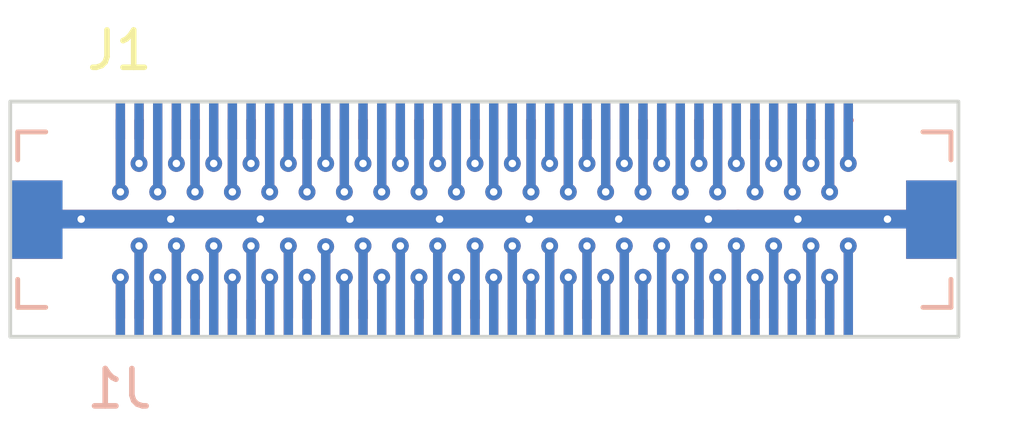
<source format=kicad_pcb>
(kicad_pcb (version 20211014) (generator pcbnew)
  (layers (0 "F.Cu" signal) (31 "B.Cu" signal) (34 "B.Paste" user) (35 "F.Paste" user) (36 "B.SilkS" user "B.Silkscreen") (37 "F.SilkS" user "F.Silkscreen") (38 "B.Mask" user) (39 "F.Mask" user) (44 "Edge.Cuts" user))
  (net 0 "")
  (net 1 "unconnected-(J1-Pad1)")
  (net 2 "unconnected-(J1-Pad2)")
  (net 3 "unconnected-(J1-Pad3)")
  (net 4 "unconnected-(J1-Pad4)")
  (net 5 "unconnected-(J1-Pad5)")
  (net 6 "unconnected-(J1-Pad6)")
  (net 7 "unconnected-(J1-Pad7)")
  (net 8 "unconnected-(J1-Pad8)")
  (net 9 "unconnected-(J1-Pad9)")
  (net 10 "unconnected-(J1-Pad10)")
  (net 11 "unconnected-(J1-Pad11)")
  (net 12 "unconnected-(J1-Pad12)")
  (net 13 "unconnected-(J1-Pad13)")
  (net 14 "unconnected-(J1-Pad14)")
  (net 15 "unconnected-(J1-Pad15)")
  (net 16 "unconnected-(J1-Pad16)")
  (net 17 "unconnected-(J1-Pad17)")
  (net 18 "unconnected-(J1-Pad18)")
  (net 19 "unconnected-(J1-Pad19)")
  (net 20 "unconnected-(J1-Pad20)")
  (net 21 "unconnected-(J1-Pad21)")
  (net 22 "unconnected-(J1-Pad22)")
  (net 23 "unconnected-(J1-Pad23)")
  (net 24 "unconnected-(J1-Pad24)")
  (net 25 "unconnected-(J1-Pad25)")
  (net 26 "unconnected-(J1-Pad26)")
  (net 27 "unconnected-(J1-Pad27)")
  (net 28 "unconnected-(J1-Pad28)")
  (net 29 "unconnected-(J1-Pad29)")
  (net 30 "unconnected-(J1-Pad30)")
  (net 31 "unconnected-(J1-Pad31)")
  (net 32 "unconnected-(J1-Pad32)")
  (net 33 "unconnected-(J1-Pad33)")
  (net 34 "unconnected-(J1-Pad34)")
  (net 35 "unconnected-(J1-Pad35)")
  (net 36 "unconnected-(J1-Pad36)")
  (net 37 "unconnected-(J1-Pad37)")
  (net 38 "unconnected-(J1-Pad38)")
  (net 39 "unconnected-(J1-Pad39)")
  (net 40 "unconnected-(J1-Pad40)")
  (net 41 "unconnected-(J1-Pad41)")
  (net 42 "unconnected-(J1-Pad42)")
  (net 43 "unconnected-(J1-Pad43)")
  (net 44 "unconnected-(J1-Pad44)")
  (net 45 "unconnected-(J1-Pad45)")
  (net 46 "unconnected-(J1-Pad46)")
  (net 47 "unconnected-(J1-Pad47)")
  (net 48 "unconnected-(J1-Pad48)")
  (net 49 "unconnected-(J1-Pad49)")
  (net 50 "unconnected-(J1-Pad50)")
  (net 51 "unconnected-(J1-Pad51)")
  (net 52 "unconnected-(J1-Pad52)")
  (net 53 "unconnected-(J1-Pad53)")
  (net 54 "unconnected-(J1-Pad54)")
  (net 55 "unconnected-(J1-Pad55)")
  (net 56 "unconnected-(J1-Pad56)")
  (net 57 "unconnected-(J1-Pad57)")
  (net 58 "unconnected-(J1-Pad58)")
  (net 59 "unconnected-(J1-Pad59)")
  (net 60 "unconnected-(J1-Pad60)")
  (net 61 "unconnected-(J1-Pad61)")
  (net 62 "unconnected-(J1-Pad62)")
  (net 63 "unconnected-(J1-Pad63)")
  (net 64 "unconnected-(J1-Pad64)")
  (net 65 "unconnected-(J1-Pad65)")
  (net 66 "unconnected-(J1-Pad66)")
  (net 67 "unconnected-(J1-Pad67)")
  (net 68 "unconnected-(J1-Pad68)")
  (net 69 "unconnected-(J1-Pad69)")
  (net 70 "unconnected-(J1-Pad70)")
  (net 71 "unconnected-(J1-Pad71)")
  (net 72 "unconnected-(J1-Pad72)")
  (net 73 "unconnected-(J1-Pad73)")
  (net 74 "unconnected-(J1-Pad74)")
  (net 75 "unconnected-(J1-Pad75)")
  (net 76 "unconnected-(J1-Pad76)")
  (net 77 "unconnected-(J1-Pad77)")
  (net 78 "unconnected-(J1-Pad78)")
  (net 79 "unconnected-(J1-Pad79)")
  (net 80 "unconnected-(J1-Pad80)")
  (footprint "libraries:HRS_DF17(3.0)-80DS-0.5V(57)" (layer "F.Cu") (at 122.3 108.3625)
    (fp_text reference "J1" (at -9.775 -4.535) (layer "F.SilkS"))
    (fp_text value "DF17(3.0)-80DS-0.5V(57)")
    (fp_line (start 12.5 -2.35) (end 11.75 -2.35) (layer "F.SilkS") (width 0.127))
    (fp_line (start 12.5 2.35) (end 11.75 2.35) (layer "F.SilkS") (width 0.127))
    (fp_line (start 12.5 2.35) (end 12.5 1.6) (layer "F.SilkS") (width 0.127))
    (fp_line (start -12.5 2.35) (end -12.5 1.6) (layer "F.SilkS") (width 0.127))
    (fp_line (start 12.5 -2.35) (end 12.5 -1.6) (layer "F.SilkS") (width 0.127))
    (fp_line (start -12.5 -2.35) (end -12.5 -1.6) (layer "F.SilkS") (width 0.127))
    (fp_line (start -12.5 2.35) (end -11.75 2.35) (layer "F.SilkS") (width 0.127))
    (fp_line (start -12.5 -2.35) (end -11.75 -2.35) (layer "F.SilkS") (width 0.127))
    (pad "" np_thru_hole circle (at -11 1.9) (size 0.65 0.65) (drill 0.65) (layers *.Cu *.Mask))
    (pad "" np_thru_hole circle (at 11 1.9) (size 0.65 0.65) (drill 0.65) (layers *.Cu *.Mask))
    (pad "1" smd rect (at 9.75 2.65) (size 0.25 1) (layers "F.Cu" "F.Paste" "F.Mask") (net 1 "unconnected-(J1-Pad1)"))
    (pad "2" smd rect (at 9.75 -2.65) (size 0.25 1) (layers "F.Cu" "F.Paste" "F.Mask") (net 2 "unconnected-(J1-Pad2)"))
    (pad "3" smd rect (at 9.25 2.65) (size 0.25 1) (layers "F.Cu" "F.Paste" "F.Mask") (net 3 "unconnected-(J1-Pad3)"))
    (pad "4" smd rect (at 9.25 -2.65) (size 0.25 1) (layers "F.Cu" "F.Paste" "F.Mask") (net 4 "unconnected-(J1-Pad4)"))
    (pad "5" smd rect (at 8.75 2.65) (size 0.25 1) (layers "F.Cu" "F.Paste" "F.Mask") (net 5 "unconnected-(J1-Pad5)"))
    (pad "6" smd rect (at 8.75 -2.65) (size 0.25 1) (layers "F.Cu" "F.Paste" "F.Mask") (net 6 "unconnected-(J1-Pad6)"))
    (pad "7" smd rect (at 8.25 2.65) (size 0.25 1) (layers "F.Cu" "F.Paste" "F.Mask") (net 7 "unconnected-(J1-Pad7)"))
    (pad "8" smd rect (at 8.25 -2.65) (size 0.25 1) (layers "F.Cu" "F.Paste" "F.Mask") (net 8 "unconnected-(J1-Pad8)"))
    (pad "9" smd rect (at 7.75 2.65) (size 0.25 1) (layers "F.Cu" "F.Paste" "F.Mask") (net 9 "unconnected-(J1-Pad9)"))
    (pad "10" smd rect (at 7.75 -2.65) (size 0.25 1) (layers "F.Cu" "F.Paste" "F.Mask") (net 10 "unconnected-(J1-Pad10)"))
    (pad "11" smd rect (at 7.25 2.65) (size 0.25 1) (layers "F.Cu" "F.Paste" "F.Mask") (net 11 "unconnected-(J1-Pad11)"))
    (pad "12" smd rect (at 7.25 -2.65) (size 0.25 1) (layers "F.Cu" "F.Paste" "F.Mask") (net 12 "unconnected-(J1-Pad12)"))
    (pad "13" smd rect (at 6.75 2.65) (size 0.25 1) (layers "F.Cu" "F.Paste" "F.Mask") (net 13 "unconnected-(J1-Pad13)"))
    (pad "14" smd rect (at 6.75 -2.65) (size 0.25 1) (layers "F.Cu" "F.Paste" "F.Mask") (net 14 "unconnected-(J1-Pad14)"))
    (pad "15" smd rect (at 6.25 2.65) (size 0.25 1) (layers "F.Cu" "F.Paste" "F.Mask") (net 15 "unconnected-(J1-Pad15)"))
    (pad "16" smd rect (at 6.25 -2.65) (size 0.25 1) (layers "F.Cu" "F.Paste" "F.Mask") (net 16 "unconnected-(J1-Pad16)"))
    (pad "17" smd rect (at 5.75 2.65) (size 0.25 1) (layers "F.Cu" "F.Paste" "F.Mask") (net 17 "unconnected-(J1-Pad17)"))
    (pad "18" smd rect (at 5.75 -2.65) (size 0.25 1) (layers "F.Cu" "F.Paste" "F.Mask") (net 18 "unconnected-(J1-Pad18)"))
    (pad "19" smd rect (at 5.25 2.65) (size 0.25 1) (layers "F.Cu" "F.Paste" "F.Mask") (net 19 "unconnected-(J1-Pad19)"))
    (pad "20" smd rect (at 5.25 -2.65) (size 0.25 1) (layers "F.Cu" "F.Paste" "F.Mask") (net 20 "unconnected-(J1-Pad20)"))
    (pad "21" smd rect (at 4.75 2.65) (size 0.25 1) (layers "F.Cu" "F.Paste" "F.Mask") (net 21 "unconnected-(J1-Pad21)"))
    (pad "22" smd rect (at 4.75 -2.65) (size 0.25 1) (layers "F.Cu" "F.Paste" "F.Mask") (net 22 "unconnected-(J1-Pad22)"))
    (pad "23" smd rect (at 4.25 2.65) (size 0.25 1) (layers "F.Cu" "F.Paste" "F.Mask") (net 23 "unconnected-(J1-Pad23)"))
    (pad "24" smd rect (at 4.25 -2.65) (size 0.25 1) (layers "F.Cu" "F.Paste" "F.Mask") (net 24 "unconnected-(J1-Pad24)"))
    (pad "25" smd rect (at 3.75 2.65) (size 0.25 1) (layers "F.Cu" "F.Paste" "F.Mask") (net 25 "unconnected-(J1-Pad25)"))
    (pad "26" smd rect (at 3.75 -2.65) (size 0.25 1) (layers "F.Cu" "F.Paste" "F.Mask") (net 26 "unconnected-(J1-Pad26)"))
    (pad "27" smd rect (at 3.25 2.65) (size 0.25 1) (layers "F.Cu" "F.Paste" "F.Mask") (net 27 "unconnected-(J1-Pad27)"))
    (pad "28" smd rect (at 3.25 -2.65) (size 0.25 1) (layers "F.Cu" "F.Paste" "F.Mask") (net 28 "unconnected-(J1-Pad28)"))
    (pad "29" smd rect (at 2.75 2.65) (size 0.25 1) (layers "F.Cu" "F.Paste" "F.Mask") (net 29 "unconnected-(J1-Pad29)"))
    (pad "30" smd rect (at 2.75 -2.65) (size 0.25 1) (layers "F.Cu" "F.Paste" "F.Mask") (net 30 "unconnected-(J1-Pad30)"))
    (pad "31" smd rect (at 2.25 2.65) (size 0.25 1) (layers "F.Cu" "F.Paste" "F.Mask") (net 31 "unconnected-(J1-Pad31)"))
    (pad "32" smd rect (at 2.25 -2.65) (size 0.25 1) (layers "F.Cu" "F.Paste" "F.Mask") (net 32 "unconnected-(J1-Pad32)"))
    (pad "33" smd rect (at 1.75 2.65) (size 0.25 1) (layers "F.Cu" "F.Paste" "F.Mask") (net 33 "unconnected-(J1-Pad33)"))
    (pad "34" smd rect (at 1.75 -2.65) (size 0.25 1) (layers "F.Cu" "F.Paste" "F.Mask") (net 34 "unconnected-(J1-Pad34)"))
    (pad "35" smd rect (at 1.25 2.65) (size 0.25 1) (layers "F.Cu" "F.Paste" "F.Mask") (net 35 "unconnected-(J1-Pad35)"))
    (pad "36" smd rect (at 1.25 -2.65) (size 0.25 1) (layers "F.Cu" "F.Paste" "F.Mask") (net 36 "unconnected-(J1-Pad36)"))
    (pad "37" smd rect (at 0.75 2.65) (size 0.25 1) (layers "F.Cu" "F.Paste" "F.Mask") (net 37 "unconnected-(J1-Pad37)"))
    (pad "38" smd rect (at 0.75 -2.65) (size 0.25 1) (layers "F.Cu" "F.Paste" "F.Mask") (net 38 "unconnected-(J1-Pad38)"))
    (pad "39" smd rect (at 0.25 2.65) (size 0.25 1) (layers "F.Cu" "F.Paste" "F.Mask") (net 39 "unconnected-(J1-Pad39)"))
    (pad "40" smd rect (at 0.25 -2.65) (size 0.25 1) (layers "F.Cu" "F.Paste" "F.Mask") (net 40 "unconnected-(J1-Pad40)"))
    (pad "41" smd rect (at -0.25 2.65) (size 0.25 1) (layers "F.Cu" "F.Paste" "F.Mask") (net 41 "unconnected-(J1-Pad41)"))
    (pad "42" smd rect (at -0.25 -2.65) (size 0.25 1) (layers "F.Cu" "F.Paste" "F.Mask") (net 42 "unconnected-(J1-Pad42)"))
    (pad "43" smd rect (at -0.75 2.65) (size 0.25 1) (layers "F.Cu" "F.Paste" "F.Mask") (net 43 "unconnected-(J1-Pad43)"))
    (pad "44" smd rect (at -0.75 -2.65) (size 0.25 1) (layers "F.Cu" "F.Paste" "F.Mask") (net 44 "unconnected-(J1-Pad44)"))
    (pad "45" smd rect (at -1.25 2.65) (size 0.25 1) (layers "F.Cu" "F.Paste" "F.Mask") (net 45 "unconnected-(J1-Pad45)"))
    (pad "46" smd rect (at -1.25 -2.65) (size 0.25 1) (layers "F.Cu" "F.Paste" "F.Mask") (net 46 "unconnected-(J1-Pad46)"))
    (pad "47" smd rect (at -1.75 2.65) (size 0.25 1) (layers "F.Cu" "F.Paste" "F.Mask") (net 47 "unconnected-(J1-Pad47)"))
    (pad "48" smd rect (at -1.75 -2.65) (size 0.25 1) (layers "F.Cu" "F.Paste" "F.Mask") (net 48 "unconnected-(J1-Pad48)"))
    (pad "49" smd rect (at -2.25 2.65) (size 0.25 1) (layers "F.Cu" "F.Paste" "F.Mask") (net 49 "unconnected-(J1-Pad49)"))
    (pad "50" smd rect (at -2.25 -2.65) (size 0.25 1) (layers "F.Cu" "F.Paste" "F.Mask") (net 50 "unconnected-(J1-Pad50)"))
    (pad "51" smd rect (at -2.75 2.65) (size 0.25 1) (layers "F.Cu" "F.Paste" "F.Mask") (net 51 "unconnected-(J1-Pad51)"))
    (pad "52" smd rect (at -2.75 -2.65) (size 0.25 1) (layers "F.Cu" "F.Paste" "F.Mask") (net 52 "unconnected-(J1-Pad52)"))
    (pad "53" smd rect (at -3.25 2.65) (size 0.25 1) (layers "F.Cu" "F.Paste" "F.Mask") (net 53 "unconnected-(J1-Pad53)"))
    (pad "54" smd rect (at -3.25 -2.65) (size 0.25 1) (layers "F.Cu" "F.Paste" "F.Mask") (net 54 "unconnected-(J1-Pad54)"))
    (pad "55" smd rect (at -3.75 2.65) (size 0.25 1) (layers "F.Cu" "F.Paste" "F.Mask") (net 55 "unconnected-(J1-Pad55)"))
    (pad "56" smd rect (at -3.75 -2.65) (size 0.25 1) (layers "F.Cu" "F.Paste" "F.Mask") (net 56 "unconnected-(J1-Pad56)"))
    (pad "57" smd rect (at -4.25 2.65) (size 0.25 1) (layers "F.Cu" "F.Paste" "F.Mask") (net 57 "unconnected-(J1-Pad57)"))
    (pad "58" smd rect (at -4.25 -2.65) (size 0.25 1) (layers "F.Cu" "F.Paste" "F.Mask") (net 58 "unconnected-(J1-Pad58)"))
    (pad "59" smd rect (at -4.75 2.65) (size 0.25 1) (layers "F.Cu" "F.Paste" "F.Mask") (net 59 "unconnected-(J1-Pad59)"))
    (pad "60" smd rect (at -4.75 -2.65) (size 0.25 1) (layers "F.Cu" "F.Paste" "F.Mask") (net 60 "unconnected-(J1-Pad60)"))
    (pad "61" smd rect (at -5.25 2.65) (size 0.25 1) (layers "F.Cu" "F.Paste" "F.Mask") (net 61 "unconnected-(J1-Pad61)"))
    (pad "62" smd rect (at -5.25 -2.65) (size 0.25 1) (layers "F.Cu" "F.Paste" "F.Mask") (net 62 "unconnected-(J1-Pad62)"))
    (pad "63" smd rect (at -5.75 2.65) (size 0.25 1) (layers "F.Cu" "F.Paste" "F.Mask") (net 63 "unconnected-(J1-Pad63)"))
    (pad "64" smd rect (at -5.75 -2.65) (size 0.25 1) (layers "F.Cu" "F.Paste" "F.Mask") (net 64 "unconnected-(J1-Pad64)"))
    (pad "65" smd rect (at -6.25 2.65) (size 0.25 1) (layers "F.Cu" "F.Paste" "F.Mask") (net 65 "unconnected-(J1-Pad65)"))
    (pad "66" smd rect (at -6.25 -2.65) (size 0.25 1) (layers "F.Cu" "F.Paste" "F.Mask") (net 66 "unconnected-(J1-Pad66)"))
    (pad "67" smd rect (at -6.75 2.65) (size 0.25 1) (layers "F.Cu" "F.Paste" "F.Mask") (net 67 "unconnected-(J1-Pad67)"))
    (pad "68" smd rect (at -6.75 -2.65) (size 0.25 1) (layers "F.Cu" "F.Paste" "F.Mask") (net 68 "unconnected-(J1-Pad68)"))
    (pad "69" smd rect (at -7.25 2.65) (size 0.25 1) (layers "F.Cu" "F.Paste" "F.Mask") (net 69 "unconnected-(J1-Pad69)"))
    (pad "70" smd rect (at -7.25 -2.65) (size 0.25 1) (layers "F.Cu" "F.Paste" "F.Mask") (net 70 "unconnected-(J1-Pad70)"))
    (pad "71" smd rect (at -7.75 2.65) (size 0.25 1) (layers "F.Cu" "F.Paste" "F.Mask") (net 71 "unconnected-(J1-Pad71)"))
    (pad "72" smd rect (at -7.75 -2.65) (size 0.25 1) (layers "F.Cu" "F.Paste" "F.Mask") (net 72 "unconnected-(J1-Pad72)"))
    (pad "73" smd rect (at -8.25 2.65) (size 0.25 1) (layers "F.Cu" "F.Paste" "F.Mask") (net 73 "unconnected-(J1-Pad73)"))
    (pad "74" smd rect (at -8.25 -2.65) (size 0.25 1) (layers "F.Cu" "F.Paste" "F.Mask") (net 74 "unconnected-(J1-Pad74)"))
    (pad "75" smd rect (at -8.75 2.65) (size 0.25 1) (layers "F.Cu" "F.Paste" "F.Mask") (net 75 "unconnected-(J1-Pad75)"))
    (pad "76" smd rect (at -8.75 -2.65) (size 0.25 1) (layers "F.Cu" "F.Paste" "F.Mask") (net 76 "unconnected-(J1-Pad76)"))
    (pad "77" smd rect (at -9.25 2.65) (size 0.25 1) (layers "F.Cu" "F.Paste" "F.Mask") (net 77 "unconnected-(J1-Pad77)"))
    (pad "78" smd rect (at -9.25 -2.65) (size 0.25 1) (layers "F.Cu" "F.Paste" "F.Mask") (net 78 "unconnected-(J1-Pad78)"))
    (pad "79" smd rect (at -9.75 2.65) (size 0.25 1) (layers "F.Cu" "F.Paste" "F.Mask") (net 79 "unconnected-(J1-Pad79)"))
    (pad "80" smd rect (at -9.75 -2.65) (size 0.25 1) (layers "F.Cu" "F.Paste" "F.Mask") (net 80 "unconnected-(J1-Pad80)"))
    (pad "S1" smd rect (at 12 0) (size 1.4 2.1) (layers "F.Cu" "F.Paste" "F.Mask"))
    (pad "S2" smd rect (at -12 0) (size 1.4 2.1) (layers "F.Cu" "F.Paste" "F.Mask"))
  )
  (footprint "libraries:HRS_DF17(3.0)-80DS-0.5V(57)" (layer "B.Cu") (at 122.3 108.3625)
    (fp_text reference "J1" (at -9.775 4.535 180) (layer "B.SilkS") (effects (justify mirror)))
    (fp_text value "DF17(3.0)-80DS-0.5V(57)")
    (fp_line (start -12.5 2.35) (end -11.75 2.35) (layer "B.SilkS") (width 0.127))
    (fp_line (start 12.5 2.35) (end 12.5 1.6) (layer "B.SilkS") (width 0.127))
    (fp_line (start 12.5 2.35) (end 11.75 2.35) (layer "B.SilkS") (width 0.127))
    (fp_line (start -12.5 -2.35) (end -11.75 -2.35) (layer "B.SilkS") (width 0.127))
    (fp_line (start 12.5 -2.35) (end 12.5 -1.6) (layer "B.SilkS") (width 0.127))
    (fp_line (start -12.5 2.35) (end -12.5 1.6) (layer "B.SilkS") (width 0.127))
    (fp_line (start 12.5 -2.35) (end 11.75 -2.35) (layer "B.SilkS") (width 0.127))
    (fp_line (start -12.5 -2.35) (end -12.5 -1.6) (layer "B.SilkS") (width 0.127))
    (pad "" np_thru_hole circle (at -11 -1.9) (size 0.65 0.65) (drill 0.65) (layers *.Cu *.Mask))
    (pad "" np_thru_hole circle (at 11 -1.9) (size 0.65 0.65) (drill 0.65) (layers *.Cu *.Mask))
    (pad "1" smd rect (at 9.75 -2.65) (size 0.25 1) (layers "B.Cu" "B.Paste" "B.Mask"))
    (pad "2" smd rect (at 9.75 2.65) (size 0.25 1) (layers "B.Cu" "B.Paste" "B.Mask"))
    (pad "3" smd rect (at 9.25 -2.65) (size 0.25 1) (layers "B.Cu" "B.Paste" "B.Mask"))
    (pad "4" smd rect (at 9.25 2.65) (size 0.25 1) (layers "B.Cu" "B.Paste" "B.Mask"))
    (pad "5" smd rect (at 8.75 -2.65) (size 0.25 1) (layers "B.Cu" "B.Paste" "B.Mask"))
    (pad "6" smd rect (at 8.75 2.65) (size 0.25 1) (layers "B.Cu" "B.Paste" "B.Mask"))
    (pad "7" smd rect (at 8.25 -2.65) (size 0.25 1) (layers "B.Cu" "B.Paste" "B.Mask"))
    (pad "8" smd rect (at 8.25 2.65) (size 0.25 1) (layers "B.Cu" "B.Paste" "B.Mask"))
    (pad "9" smd rect (at 7.75 -2.65) (size 0.25 1) (layers "B.Cu" "B.Paste" "B.Mask"))
    (pad "10" smd rect (at 7.75 2.65) (size 0.25 1) (layers "B.Cu" "B.Paste" "B.Mask"))
    (pad "11" smd rect (at 7.25 -2.65) (size 0.25 1) (layers "B.Cu" "B.Paste" "B.Mask"))
    (pad "12" smd rect (at 7.25 2.65) (size 0.25 1) (layers "B.Cu" "B.Paste" "B.Mask"))
    (pad "13" smd rect (at 6.75 -2.65) (size 0.25 1) (layers "B.Cu" "B.Paste" "B.Mask"))
    (pad "14" smd rect (at 6.75 2.65) (size 0.25 1) (layers "B.Cu" "B.Paste" "B.Mask"))
    (pad "15" smd rect (at 6.25 -2.65) (size 0.25 1) (layers "B.Cu" "B.Paste" "B.Mask"))
    (pad "16" smd rect (at 6.25 2.65) (size 0.25 1) (layers "B.Cu" "B.Paste" "B.Mask"))
    (pad "17" smd rect (at 5.75 -2.65) (size 0.25 1) (layers "B.Cu" "B.Paste" "B.Mask"))
    (pad "18" smd rect (at 5.75 2.65) (size 0.25 1) (layers "B.Cu" "B.Paste" "B.Mask"))
    (pad "19" smd rect (at 5.25 -2.65) (size 0.25 1) (layers "B.Cu" "B.Paste" "B.Mask"))
    (pad "20" smd rect (at 5.25 2.65) (size 0.25 1) (layers "B.Cu" "B.Paste" "B.Mask"))
    (pad "21" smd rect (at 4.75 -2.65) (size 0.25 1) (layers "B.Cu" "B.Paste" "B.Mask"))
    (pad "22" smd rect (at 4.75 2.65) (size 0.25 1) (layers "B.Cu" "B.Paste" "B.Mask"))
    (pad "23" smd rect (at 4.25 -2.65) (size 0.25 1) (layers "B.Cu" "B.Paste" "B.Mask"))
    (pad "24" smd rect (at 4.25 2.65) (size 0.25 1) (layers "B.Cu" "B.Paste" "B.Mask"))
    (pad "25" smd rect (at 3.75 -2.65) (size 0.25 1) (layers "B.Cu" "B.Paste" "B.Mask"))
    (pad "26" smd rect (at 3.75 2.65) (size 0.25 1) (layers "B.Cu" "B.Paste" "B.Mask"))
    (pad "27" smd rect (at 3.25 -2.65) (size 0.25 1) (layers "B.Cu" "B.Paste" "B.Mask"))
    (pad "28" smd rect (at 3.25 2.65) (size 0.25 1) (layers "B.Cu" "B.Paste" "B.Mask"))
    (pad "29" smd rect (at 2.75 -2.65) (size 0.25 1) (layers "B.Cu" "B.Paste" "B.Mask"))
    (pad "30" smd rect (at 2.75 2.65) (size 0.25 1) (layers "B.Cu" "B.Paste" "B.Mask"))
    (pad "31" smd rect (at 2.25 -2.65) (size 0.25 1) (layers "B.Cu" "B.Paste" "B.Mask"))
    (pad "32" smd rect (at 2.25 2.65) (size 0.25 1) (layers "B.Cu" "B.Paste" "B.Mask"))
    (pad "33" smd rect (at 1.75 -2.65) (size 0.25 1) (layers "B.Cu" "B.Paste" "B.Mask"))
    (pad "34" smd rect (at 1.75 2.65) (size 0.25 1) (layers "B.Cu" "B.Paste" "B.Mask"))
    (pad "35" smd rect (at 1.25 -2.65) (size 0.25 1) (layers "B.Cu" "B.Paste" "B.Mask"))
    (pad "36" smd rect (at 1.25 2.65) (size 0.25 1) (layers "B.Cu" "B.Paste" "B.Mask"))
    (pad "37" smd rect (at 0.75 -2.65) (size 0.25 1) (layers "B.Cu" "B.Paste" "B.Mask"))
    (pad "38" smd rect (at 0.75 2.65) (size 0.25 1) (layers "B.Cu" "B.Paste" "B.Mask"))
    (pad "39" smd rect (at 0.25 -2.65) (size 0.25 1) (layers "B.Cu" "B.Paste" "B.Mask"))
    (pad "40" smd rect (at 0.25 2.65) (size 0.25 1) (layers "B.Cu" "B.Paste" "B.Mask"))
    (pad "41" smd rect (at -0.25 -2.65) (size 0.25 1) (layers "B.Cu" "B.Paste" "B.Mask"))
    (pad "42" smd rect (at -0.25 2.65) (size 0.25 1) (layers "B.Cu" "B.Paste" "B.Mask"))
    (pad "43" smd rect (at -0.75 -2.65) (size 0.25 1) (layers "B.Cu" "B.Paste" "B.Mask"))
    (pad "44" smd rect (at -0.75 2.65) (size 0.25 1) (layers "B.Cu" "B.Paste" "B.Mask"))
    (pad "45" smd rect (at -1.25 -2.65) (size 0.25 1) (layers "B.Cu" "B.Paste" "B.Mask"))
    (pad "46" smd rect (at -1.25 2.65) (size 0.25 1) (layers "B.Cu" "B.Paste" "B.Mask"))
    (pad "47" smd rect (at -1.75 -2.65) (size 0.25 1) (layers "B.Cu" "B.Paste" "B.Mask"))
    (pad "48" smd rect (at -1.75 2.65) (size 0.25 1) (layers "B.Cu" "B.Paste" "B.Mask"))
    (pad "49" smd rect (at -2.25 -2.65) (size 0.25 1) (layers "B.Cu" "B.Paste" "B.Mask"))
    (pad "50" smd rect (at -2.25 2.65) (size 0.25 1) (layers "B.Cu" "B.Paste" "B.Mask"))
    (pad "51" smd rect (at -2.75 -2.65) (size 0.25 1) (layers "B.Cu" "B.Paste" "B.Mask"))
    (pad "52" smd rect (at -2.75 2.65) (size 0.25 1) (layers "B.Cu" "B.Paste" "B.Mask"))
    (pad "53" smd rect (at -3.25 -2.65) (size 0.25 1) (layers "B.Cu" "B.Paste" "B.Mask"))
    (pad "54" smd rect (at -3.25 2.65) (size 0.25 1) (layers "B.Cu" "B.Paste" "B.Mask"))
    (pad "55" smd rect (at -3.75 -2.65) (size 0.25 1) (layers "B.Cu" "B.Paste" "B.Mask"))
    (pad "56" smd rect (at -3.75 2.65) (size 0.25 1) (layers "B.Cu" "B.Paste" "B.Mask"))
    (pad "57" smd rect (at -4.25 -2.65) (size 0.25 1) (layers "B.Cu" "B.Paste" "B.Mask"))
    (pad "58" smd rect (at -4.25 2.65) (size 0.25 1) (layers "B.Cu" "B.Paste" "B.Mask"))
    (pad "59" smd rect (at -4.75 -2.65) (size 0.25 1) (layers "B.Cu" "B.Paste" "B.Mask"))
    (pad "60" smd rect (at -4.75 2.65) (size 0.25 1) (layers "B.Cu" "B.Paste" "B.Mask"))
    (pad "61" smd rect (at -5.25 -2.65) (size 0.25 1) (layers "B.Cu" "B.Paste" "B.Mask"))
    (pad "62" smd rect (at -5.25 2.65) (size 0.25 1) (layers "B.Cu" "B.Paste" "B.Mask"))
    (pad "63" smd rect (at -5.75 -2.65) (size 0.25 1) (layers "B.Cu" "B.Paste" "B.Mask"))
    (pad "64" smd rect (at -5.75 2.65) (size 0.25 1) (layers "B.Cu" "B.Paste" "B.Mask"))
    (pad "65" smd rect (at -6.25 -2.65) (size 0.25 1) (layers "B.Cu" "B.Paste" "B.Mask"))
    (pad "66" smd rect (at -6.25 2.65) (size 0.25 1) (layers "B.Cu" "B.Paste" "B.Mask"))
    (pad "67" smd rect (at -6.75 -2.65) (size 0.25 1) (layers "B.Cu" "B.Paste" "B.Mask"))
    (pad "68" smd rect (at -6.75 2.65) (size 0.25 1) (layers "B.Cu" "B.Paste" "B.Mask"))
    (pad "69" smd rect (at -7.25 -2.65) (size 0.25 1) (layers "B.Cu" "B.Paste" "B.Mask"))
    (pad "70" smd rect (at -7.25 2.65) (size 0.25 1) (layers "B.Cu" "B.Paste" "B.Mask"))
    (pad "71" smd rect (at -7.75 -2.65) (size 0.25 1) (layers "B.Cu" "B.Paste" "B.Mask"))
    (pad "72" smd rect (at -7.75 2.65) (size 0.25 1) (layers "B.Cu" "B.Paste" "B.Mask"))
    (pad "73" smd rect (at -8.25 -2.65) (size 0.25 1) (layers "B.Cu" "B.Paste" "B.Mask"))
    (pad "74" smd rect (at -8.25 2.65) (size 0.25 1) (layers "B.Cu" "B.Paste" "B.Mask"))
    (pad "75" smd rect (at -8.75 -2.65) (size 0.25 1) (layers "B.Cu" "B.Paste" "B.Mask"))
    (pad "76" smd rect (at -8.75 2.65) (size 0.25 1) (layers "B.Cu" "B.Paste" "B.Mask"))
    (pad "77" smd rect (at -9.25 -2.65) (size 0.25 1) (layers "B.Cu" "B.Paste" "B.Mask"))
    (pad "78" smd rect (at -9.25 2.65) (size 0.25 1) (layers "B.Cu" "B.Paste" "B.Mask"))
    (pad "79" smd rect (at -9.75 -2.65) (size 0.25 1) (layers "B.Cu" "B.Paste" "B.Mask"))
    (pad "80" smd rect (at -9.75 2.65) (size 0.25 1) (layers "B.Cu" "B.Paste" "B.Mask"))
    (pad "S1" smd rect (at 12 0) (size 1.4 2.1) (layers "B.Cu" "B.Paste" "B.Mask"))
    (pad "S2" smd rect (at -12 0) (size 1.4 2.1) (layers "B.Cu" "B.Paste" "B.Mask"))
  )
  (gr_rect (start 109.6 105.2) (end 135 111.5) (layer "Edge.Cuts") (width 0.1) (fill none))
  (segment (start 134.300001 108.35) (end 110.300001 108.35) (width 0.5) (layer "B.Cu") (net 0))
  (segment (start 132.050001 109.067) (end 132.050001 110.999999) (width 0.25) (layer "F.Cu") (net 1))
  (segment (start 132.050001 110.999999) (end 132.050001 111.0505) (width 0.25) (layer "F.Cu") (net 1))
  (via (at 132.050001 109.067) (size 0.45) (drill 0.2) (layers "F.Cu" "B.Cu") (net 1))
  (segment (start 132.050001 109.067) (end 132.050001 110.999999) (width 0.25) (layer "B.Cu") (net 1))
  (segment (start 132.050001 106.858501) (end 132.050002 105.7) (width 0.25) (layer "F.Cu") (net 2))
  (segment (start 132.050002 105.7) (end 132.064501 105.7) (width 0.25) (layer "F.Cu") (net 2))
  (via (at 132.050001 106.858501) (size 0.45) (drill 0.2) (layers "F.Cu" "B.Cu") (net 2))
  (segment (start 132.050001 106.858501) (end 132.050002 105.7) (width 0.25) (layer "B.Cu") (net 2))
  (segment (start 131.550001 109.9065) (end 131.550001 111) (width 0.25) (layer "F.Cu") (net 3))
  (via (at 131.550001 109.9065) (size 0.45) (drill 0.2) (layers "F.Cu" "B.Cu") (net 3))
  (segment (start 131.550001 109.9065) (end 131.550001 111) (width 0.25) (layer "B.Cu") (net 3))
  (segment (start 131.550001 107.6205) (end 131.550001 105.7) (width 0.25) (layer "F.Cu") (net 4))
  (via (at 131.550001 107.6205) (size 0.45) (drill 0.2) (layers "F.Cu" "B.Cu") (net 4))
  (segment (start 131.550001 107.6205) (end 131.550001 105.7) (width 0.25) (layer "B.Cu") (net 4))
  (segment (start 131.050001 109.067) (end 131.050001 111) (width 0.25) (layer "F.Cu") (net 5))
  (via (at 131.050001 109.067) (size 0.45) (drill 0.2) (layers "F.Cu" "B.Cu") (net 5))
  (segment (start 131.050001 109.067) (end 131.050001 111) (width 0.25) (layer "B.Cu") (net 5))
  (segment (start 131.050001 106.8585) (end 131.050001 105.7) (width 0.25) (layer "F.Cu") (net 6))
  (via (at 131.050001 106.8585) (size 0.45) (drill 0.2) (layers "F.Cu" "B.Cu") (net 6))
  (segment (start 131.050001 106.8585) (end 131.050001 105.7) (width 0.25) (layer "B.Cu") (net 6))
  (segment (start 130.550001 109.9065) (end 130.550001 110.999999) (width 0.25) (layer "F.Cu") (net 7))
  (via (at 130.550001 109.9065) (size 0.45) (drill 0.2) (layers "F.Cu" "B.Cu") (net 7))
  (segment (start 130.550001 109.9065) (end 130.550001 110.999999) (width 0.25) (layer "B.Cu") (net 7))
  (segment (start 130.550001 107.6205) (end 130.550001 105.699999) (width 0.25) (layer "F.Cu") (net 8))
  (via (at 130.550001 107.6205) (size 0.45) (drill 0.2) (layers "F.Cu" "B.Cu") (net 8))
  (segment (start 130.550001 107.6205) (end 130.550001 105.699999) (width 0.25) (layer "B.Cu") (net 8))
  (segment (start 130.050002 109.067) (end 130.050001 111) (width 0.25) (layer "F.Cu") (net 9))
  (via (at 130.050002 109.067) (size 0.45) (drill 0.2) (layers "F.Cu" "B.Cu") (net 9))
  (segment (start 130.050002 109.067) (end 130.050001 111) (width 0.25) (layer "B.Cu") (net 9))
  (segment (start 130.050001 106.8585) (end 130.050001 105.7) (width 0.25) (layer "F.Cu") (net 10))
  (via (at 130.050001 106.8585) (size 0.45) (drill 0.2) (layers "F.Cu" "B.Cu") (net 10))
  (segment (start 130.050001 106.8585) (end 130.050001 105.7) (width 0.25) (layer "B.Cu") (net 10))
  (segment (start 129.55 109.906501) (end 129.550001 111) (width 0.25) (layer "F.Cu") (net 11))
  (via (at 129.55 109.906501) (size 0.45) (drill 0.2) (layers "F.Cu" "B.Cu") (net 11))
  (segment (start 129.55 109.906501) (end 129.550001 111) (width 0.25) (layer "B.Cu") (net 11))
  (segment (start 129.550001 107.6205) (end 129.550001 105.7) (width 0.25) (layer "F.Cu") (net 12))
  (via (at 129.550001 107.6205) (size 0.45) (drill 0.2) (layers "F.Cu" "B.Cu") (net 12))
  (segment (start 129.550001 107.6205) (end 129.550001 105.7) (width 0.25) (layer "B.Cu") (net 12))
  (segment (start 129.050001 109.067) (end 129.050001 111) (width 0.25) (layer "F.Cu") (net 13))
  (segment (start 128.5875 108.35) (end 110.300001 108.35) (width 0.5) (layer "F.Cu") (net 13))
  (segment (start 128.55 108.3875) (end 128.5875 108.35) (width 0.25) (layer "F.Cu") (net 13))
  (segment (start 129.050001 108.395501) (end 129.095502 108.35) (width 0.25) (layer "F.Cu") (net 13))
  (segment (start 134.300001 108.35) (end 129.095502 108.35) (width 0.5) (layer "F.Cu") (net 13))
  (segment (start 129.095502 108.35) (end 128.5875 108.35) (width 0.5) (layer "F.Cu") (net 13))
  (via (at 129.050001 109.067) (size 0.45) (drill 0.2) (layers "F.Cu" "B.Cu") (net 13))
  (segment (start 129.050001 109.067) (end 129.050001 111) (width 0.25) (layer "B.Cu") (net 13))
  (segment (start 129.05 106.858501) (end 129.050001 105.7) (width 0.25) (layer "F.Cu") (net 14))
  (via (at 129.05 106.858501) (size 0.45) (drill 0.2) (layers "F.Cu" "B.Cu") (net 14))
  (segment (start 129.05 106.858501) (end 129.050001 105.7) (width 0.25) (layer "B.Cu") (net 14))
  (segment (start 128.550002 109.9065) (end 128.550001 111) (width 0.25) (layer "F.Cu") (net 15))
  (via (at 128.550002 109.9065) (size 0.45) (drill 0.2) (layers "F.Cu" "B.Cu") (net 15))
  (segment (start 128.550002 109.9065) (end 128.550001 111) (width 0.25) (layer "B.Cu") (net 15))
  (segment (start 128.55 107.6205) (end 128.550001 105.7) (width 0.25) (layer "F.Cu") (net 16))
  (via (at 128.55 107.6205) (size 0.45) (drill 0.2) (layers "F.Cu" "B.Cu") (net 16))
  (segment (start 128.55 107.6205) (end 128.550001 105.7) (width 0.25) (layer "B.Cu") (net 16))
  (segment (start 128.050001 109.067) (end 128.050001 110.999999) (width 0.25) (layer "F.Cu") (net 17))
  (via (at 128.050001 109.067) (size 0.45) (drill 0.2) (layers "F.Cu" "B.Cu") (net 17))
  (segment (start 128.050001 109.067) (end 128.050001 110.999999) (width 0.25) (layer "B.Cu") (net 17))
  (segment (start 128.050001 106.858501) (end 128.050001 105.699999) (width 0.25) (layer "F.Cu") (net 18))
  (via (at 128.050001 106.858501) (size 0.45) (drill 0.2) (layers "F.Cu" "B.Cu") (net 18))
  (segment (start 128.050001 106.858501) (end 128.050001 105.699999) (width 0.25) (layer "B.Cu") (net 18))
  (segment (start 127.550001 109.906501) (end 127.550001 111) (width 0.25) (layer "F.Cu") (net 19))
  (via (at 127.550001 109.906501) (size 0.45) (drill 0.2) (layers "F.Cu" "B.Cu") (net 19))
  (segment (start 127.550001 109.906501) (end 127.550001 111) (width 0.25) (layer "B.Cu") (net 19))
  (segment (start 127.550002 107.6205) (end 127.550001 105.7) (width 0.25) (layer "F.Cu") (net 20))
  (via (at 127.550002 107.6205) (size 0.45) (drill 0.2) (layers "F.Cu" "B.Cu") (net 20))
  (segment (start 127.550002 107.6205) (end 127.550001 105.7) (width 0.25) (layer "B.Cu") (net 20))
  (segment (start 127.050001 109.067) (end 127.050001 111) (width 0.25) (layer "F.Cu") (net 21))
  (via (at 127.050001 109.067) (size 0.45) (drill 0.2) (layers "F.Cu" "B.Cu") (net 21))
  (segment (start 127.050001 109.067) (end 127.050001 111) (width 0.25) (layer "B.Cu") (net 21))
  (segment (start 127.050001 106.8585) (end 127.050001 105.7) (width 0.25) (layer "F.Cu") (net 22))
  (via (at 127.050001 106.8585) (size 0.45) (drill 0.2) (layers "F.Cu" "B.Cu") (net 22))
  (segment (start 127.050001 106.8585) (end 127.050001 105.7) (width 0.25) (layer "B.Cu") (net 22))
  (segment (start 126.550001 109.9065) (end 126.550001 111) (width 0.25) (layer "F.Cu") (net 23))
  (via (at 126.550001 109.9065) (size 0.45) (drill 0.2) (layers "F.Cu" "B.Cu") (net 23))
  (segment (start 126.550001 109.9065) (end 126.550001 111) (width 0.25) (layer "B.Cu") (net 23))
  (segment (start 126.550001 107.6205) (end 126.550001 105.7) (width 0.25) (layer "F.Cu") (net 24))
  (via (at 126.550001 107.6205) (size 0.45) (drill 0.2) (layers "F.Cu" "B.Cu") (net 24))
  (segment (start 126.550001 107.6205) (end 126.550001 105.7) (width 0.25) (layer "B.Cu") (net 24))
  (segment (start 126.05 109.067) (end 126.050001 111) (width 0.25) (layer "F.Cu") (net 25))
  (via (at 126.05 109.067) (size 0.45) (drill 0.2) (layers "F.Cu" "B.Cu") (net 25))
  (segment (start 126.05 109.067) (end 126.050001 111) (width 0.25) (layer "B.Cu") (net 25))
  (segment (start 126.050001 106.8585) (end 126.050001 105.7) (width 0.25) (layer "F.Cu") (net 26))
  (via (at 126.050001 106.8585) (size 0.45) (drill 0.2) (layers "F.Cu" "B.Cu") (net 26))
  (segment (start 126.050001 106.8585) (end 126.050001 105.7) (width 0.25) (layer "B.Cu") (net 26))
  (segment (start 125.550001 109.9065) (end 125.550001 110.999999) (width 0.25) (layer "F.Cu") (net 27))
  (via (at 125.550001 109.9065) (size 0.45) (drill 0.2) (layers "F.Cu" "B.Cu") (net 27))
  (segment (start 125.550001 109.9065) (end 125.550001 110.999999) (width 0.25) (layer "B.Cu") (net 27))
  (segment (start 125.550001 107.6205) (end 125.550001 105.699999) (width 0.25) (layer "F.Cu") (net 28))
  (via (at 125.550001 107.6205) (size 0.45) (drill 0.2) (layers "F.Cu" "B.Cu") (net 28))
  (segment (start 125.550001 107.6205) (end 125.550001 105.699999) (width 0.25) (layer "B.Cu") (net 28))
  (segment (start 125.050002 109.067) (end 125.050001 111) (width 0.25) (layer "F.Cu") (net 29))
  (via (at 125.050002 109.067) (size 0.45) (drill 0.2) (layers "F.Cu" "B.Cu") (net 29))
  (segment (start 125.050002 109.067) (end 125.050001 111) (width 0.25) (layer "B.Cu") (net 29))
  (segment (start 125.050001 106.8585) (end 125.050001 105.7) (width 0.25) (layer "F.Cu") (net 30))
  (via (at 125.050001 106.8585) (size 0.45) (drill 0.2) (layers "F.Cu" "B.Cu") (net 30))
  (segment (start 125.050001 106.8585) (end 125.050001 105.7) (width 0.25) (layer "B.Cu") (net 30))
  (segment (start 124.550001 109.906499) (end 124.550001 111) (width 0.25) (layer "F.Cu") (net 31))
  (via (at 124.550001 109.906499) (size 0.45) (drill 0.2) (layers "F.Cu" "B.Cu") (net 31))
  (segment (start 124.550001 109.906499) (end 124.550001 111) (width 0.25) (layer "B.Cu") (net 31))
  (segment (start 124.550001 107.6205) (end 124.550001 105.7) (width 0.25) (layer "F.Cu") (net 32))
  (via (at 124.550001 107.6205) (size 0.45) (drill 0.2) (layers "F.Cu" "B.Cu") (net 32))
  (segment (start 124.550001 107.6205) (end 124.550001 105.7) (width 0.25) (layer "B.Cu") (net 32))
  (segment (start 124.050001 109.067) (end 124.05 111) (width 0.25) (layer "F.Cu") (net 33))
  (via (at 124.050001 109.067) (size 0.45) (drill 0.2) (layers "F.Cu" "B.Cu") (net 33))
  (segment (start 124.050001 109.067) (end 124.05 111) (width 0.25) (layer "B.Cu") (net 33))
  (segment (start 124.050002 106.8585) (end 124.05 105.7) (width 0.25) (layer "F.Cu") (net 34))
  (via (at 124.050002 106.8585) (size 0.45) (drill 0.2) (layers "F.Cu" "B.Cu") (net 34))
  (segment (start 124.050002 106.8585) (end 124.05 105.7) (width 0.25) (layer "B.Cu") (net 34))
  (segment (start 123.550001 109.906501) (end 123.550001 111) (width 0.25) (layer "F.Cu") (net 35))
  (via (at 123.550001 109.906501) (size 0.45) (drill 0.2) (layers "F.Cu" "B.Cu") (net 35))
  (segment (start 123.550001 109.906501) (end 123.550001 111) (width 0.25) (layer "B.Cu") (net 35))
  (segment (start 123.55 107.6205) (end 123.550001 105.7) (width 0.25) (layer "F.Cu") (net 36))
  (via (at 123.55 107.6205) (size 0.45) (drill 0.2) (layers "F.Cu" "B.Cu") (net 36))
  (segment (start 123.55 107.6205) (end 123.550001 105.7) (width 0.25) (layer "B.Cu") (net 36))
  (segment (start 123.050001 109.067) (end 123.050001 110.999999) (width 0.25) (layer "F.Cu") (net 37))
  (via (at 123.050001 109.067) (size 0.45) (drill 0.2) (layers "F.Cu" "B.Cu") (net 37))
  (segment (start 123.050001 109.067) (end 123.050001 110.999999) (width 0.25) (layer "B.Cu") (net 37))
  (segment (start 123.050001 106.858501) (end 123.050002 105.7) (width 0.25) (layer "F.Cu") (net 38))
  (via (at 123.050001 106.858501) (size 0.45) (drill 0.2) (layers "F.Cu" "B.Cu") (net 38))
  (segment (start 123.050001 106.858501) (end 123.050002 105.7) (width 0.25) (layer "B.Cu") (net 38))
  (segment (start 122.550001 109.9065) (end 122.550001 111) (width 0.25) (layer "F.Cu") (net 39))
  (via (at 122.550001 109.9065) (size 0.45) (drill 0.2) (layers "F.Cu" "B.Cu") (net 39))
  (segment (start 122.550001 109.9065) (end 122.550001 111) (width 0.25) (layer "B.Cu") (net 39))
  (segment (start 122.550001 107.6205) (end 122.550001 105.7) (width 0.25) (layer "F.Cu") (net 40))
  (via (at 122.550001 107.6205) (size 0.45) (drill 0.2) (layers "F.Cu" "B.Cu") (net 40))
  (segment (start 122.550001 107.6205) (end 122.550001 105.7) (width 0.25) (layer "B.Cu") (net 40))
  (segment (start 122.050001 109.067) (end 122.050001 111) (width 0.25) (layer "F.Cu") (net 41))
  (via (at 122.050001 109.067) (size 0.45) (drill 0.2) (layers "F.Cu" "B.Cu") (net 41))
  (segment (start 122.050001 109.067) (end 122.050001 111) (width 0.25) (layer "B.Cu") (net 41))
  (segment (start 122.050001 106.8585) (end 122.050001 105.7) (width 0.25) (layer "F.Cu") (net 42))
  (via (at 122.050001 106.8585) (size 0.45) (drill 0.2) (layers "F.Cu" "B.Cu") (net 42))
  (segment (start 122.050001 106.8585) (end 122.050001 105.7) (width 0.25) (layer "B.Cu") (net 42))
  (segment (start 121.550001 109.9065) (end 121.550001 110.999999) (width 0.25) (layer "F.Cu") (net 43))
  (via (at 121.550001 109.9065) (size 0.45) (drill 0.2) (layers "F.Cu" "B.Cu") (net 43))
  (segment (start 121.550001 109.9065) (end 121.550001 110.999999) (width 0.25) (layer "B.Cu") (net 43))
  (segment (start 121.550001 107.6205) (end 121.55 105.7) (width 0.25) (layer "F.Cu") (net 44))
  (via (at 121.550001 107.6205) (size 0.45) (drill 0.2) (layers "F.Cu" "B.Cu") (net 44))
  (segment (start 121.550001 107.6205) (end 121.55 105.7) (width 0.25) (layer "B.Cu") (net 44))
  (segment (start 121.050001 109.066999) (end 121.050001 111) (width 0.25) (layer "F.Cu") (net 45))
  (via (at 121.050001 109.066999) (size 0.45) (drill 0.2) (layers "F.Cu" "B.Cu") (net 45))
  (segment (start 121.050001 109.066999) (end 121.050001 111) (width 0.25) (layer "B.Cu") (net 45))
  (segment (start 121.050001 106.8585) (end 121.050001 105.7) (width 0.25) (layer "F.Cu") (net 46))
  (via (at 121.050001 106.8585) (size 0.45) (drill 0.2) (layers "F.Cu" "B.Cu") (net 46))
  (segment (start 121.050001 106.8585) (end 121.050001 105.7) (width 0.25) (layer "B.Cu") (net 46))
  (segment (start 120.550001 109.9065) (end 120.550001 110.999999) (width 0.25) (layer "F.Cu") (net 47))
  (via (at 120.550001 109.9065) (size 0.45) (drill 0.2) (layers "F.Cu" "B.Cu") (net 47))
  (segment (start 120.550001 109.9065) (end 120.550001 110.999999) (width 0.25) (layer "B.Cu") (net 47))
  (segment (start 120.550001 107.6205) (end 120.550002 105.7) (width 0.25) (layer "F.Cu") (net 48))
  (via (at 120.550001 107.6205) (size 0.45) (drill 0.2) (layers "F.Cu" "B.Cu") (net 48))
  (segment (start 120.550001 107.6205) (end 120.550002 105.7) (width 0.25) (layer "B.Cu") (net 48))
  (segment (start 120.050001 109.067) (end 120.050001 111) (width 0.25) (layer "F.Cu") (net 49))
  (via (at 120.050001 109.067) (size 0.45) (drill 0.2) (layers "F.Cu" "B.Cu") (net 49))
  (segment (start 120.050001 109.067) (end 120.050001 111) (width 0.25) (layer "B.Cu") (net 49))
  (segment (start 120.050001 105.7) (end 120.05 106.858501) (width 0.25) (layer "F.Cu") (net 50))
  (via (at 120.05 106.858501) (size 0.45) (drill 0.2) (layers "F.Cu" "B.Cu") (net 50))
  (segment (start 120.05 106.858501) (end 120.050001 105.7) (width 0.25) (layer "B.Cu") (net 50))
  (segment (start 119.550001 109.906499) (end 119.550001 111) (width 0.25) (layer "F.Cu") (net 51))
  (via (at 119.550001 109.906499) (size 0.45) (drill 0.2) (layers "F.Cu" "B.Cu") (net 51))
  (segment (start 119.550001 109.906499) (end 119.550001 111) (width 0.25) (layer "B.Cu") (net 51))
  (segment (start 119.550001 107.6205) (end 119.550001 105.7) (width 0.25) (layer "F.Cu") (net 52))
  (via (at 119.550001 107.6205) (size 0.45) (drill 0.2) (layers "F.Cu" "B.Cu") (net 52))
  (segment (start 119.550001 107.6205) (end 119.550001 105.7) (width 0.25) (layer "B.Cu") (net 52))
  (segment (start 119.050001 109.067) (end 119.050001 110.999999) (width 0.25) (layer "F.Cu") (net 53))
  (via (at 119.050001 109.067) (size 0.45) (drill 0.2) (layers "F.Cu" "B.Cu") (net 53))
  (segment (start 119.050001 109.067) (end 119.050001 110.999999) (width 0.25) (layer "B.Cu") (net 53))
  (segment (start 119.050001 106.858501) (end 119.050001 105.699999) (width 0.25) (layer "F.Cu") (net 54))
  (via (at 119.050001 106.858501) (size 0.45) (drill 0.2) (layers "F.Cu" "B.Cu") (net 54))
  (segment (start 119.050001 106.858501) (end 119.050001 105.699999) (width 0.25) (layer "B.Cu") (net 54))
  (segment (start 118.550001 109.906501) (end 118.550001 111) (width 0.25) (layer "F.Cu") (net 55))
  (via (at 118.550001 109.906501) (size 0.45) (drill 0.2) (layers "F.Cu" "B.Cu") (net 55))
  (segment (start 118.550001 111) (end 118.550001 109.906501) (width 0.25) (layer "B.Cu") (net 55))
  (segment (start 118.550002 107.6205) (end 118.550001 105.7) (width 0.25) (layer "F.Cu") (net 56))
  (via (at 118.550002 107.6205) (size 0.45) (drill 0.2) (layers "F.Cu" "B.Cu") (net 56))
  (segment (start 118.550002 107.6205) (end 118.550001 105.7) (width 0.25) (layer "B.Cu") (net 56))
  (segment (start 118.050001 109.0875) (end 118.050001 111) (width 0.25) (layer "F.Cu") (net 57))
  (segment (start 118.05 111.020501) (end 118.050001 111) (width 0.25) (layer "F.Cu") (net 57))
  (via (at 118.050001 109.0875) (size 0.45) (drill 0.2) (layers "F.Cu" "B.Cu") (net 57))
  (segment (start 118.050001 109.0875) (end 118.050001 111) (width 0.25) (layer "B.Cu") (net 57))
  (segment (start 118.050001 106.8585) (end 118.050001 105.7) (width 0.25) (layer "F.Cu") (net 58))
  (via (at 118.050001 106.8585) (size 0.45) (drill 0.2) (layers "F.Cu" "B.Cu") (net 58))
  (segment (start 118.050001 106.8585) (end 118.050001 105.7) (width 0.25) (layer "B.Cu") (net 58))
  (segment (start 117.550001 109.9065) (end 117.550001 111) (width 0.25) (layer "F.Cu") (net 59))
  (via (at 117.550001 109.9065) (size 0.45) (drill 0.2) (layers "F.Cu" "B.Cu") (net 59))
  (segment (start 117.550001 109.9065) (end 117.550001 111) (width 0.25) (layer "B.Cu") (net 59))
  (segment (start 117.550001 107.6205) (end 117.550001 105.7) (width 0.25) (layer "F.Cu") (net 60))
  (via (at 117.550001 107.6205) (size 0.45) (drill 0.2) (layers "F.Cu" "B.Cu") (net 60))
  (segment (start 117.550001 107.6205) (end 117.550001 105.7) (width 0.25) (layer "B.Cu") (net 60))
  (segment (start 117.05 109.067) (end 117.050001 111) (width 0.25) (layer "F.Cu") (net 61))
  (via (at 117.05 109.067) (size 0.45) (drill 0.2) (layers "F.Cu" "B.Cu") (net 61))
  (segment (start 117.05 109.067) (end 117.050001 111) (width 0.25) (layer "B.Cu") (net 61))
  (segment (start 117.050001 106.8585) (end 117.050001 105.7) (width 0.25) (layer "F.Cu") (net 62))
  (via (at 117.050001 106.8585) (size 0.45) (drill 0.2) (layers "F.Cu" "B.Cu") (net 62))
  (segment (start 117.050001 106.8585) (end 117.050001 105.7) (width 0.25) (layer "B.Cu") (net 62))
  (segment (start 116.550001 109.9065) (end 116.550001 110.999999) (width 0.25) (layer "F.Cu") (net 63))
  (via (at 116.550001 109.9065) (size 0.45) (drill 0.2) (layers "F.Cu" "B.Cu") (net 63))
  (segment (start 116.550001 109.9065) (end 116.550001 110.999999) (width 0.25) (layer "B.Cu") (net 63))
  (segment (start 116.550001 107.6205) (end 116.550001 105.699999) (width 0.25) (layer "F.Cu") (net 64))
  (via (at 116.550001 107.6205) (size 0.45) (drill 0.2) (layers "F.Cu" "B.Cu") (net 64))
  (segment (start 116.550001 107.6205) (end 116.550001 105.699999) (width 0.25) (layer "B.Cu") (net 64))
  (segment (start 116.050002 109.067) (end 116.050001 111) (width 0.25) (layer "F.Cu") (net 65))
  (via (at 116.050002 109.067) (size 0.45) (drill 0.2) (layers "F.Cu" "B.Cu") (net 65))
  (segment (start 116.050002 109.067) (end 116.050001 111) (width 0.25) (layer "B.Cu") (net 65))
  (segment (start 116.050001 106.8585) (end 116.050001 105.7) (width 0.25) (layer "F.Cu") (net 66))
  (via (at 116.050001 106.8585) (size 0.45) (drill 0.2) (layers "F.Cu" "B.Cu") (net 66))
  (segment (start 116.050001 106.8585) (end 116.050001 105.7) (width 0.25) (layer "B.Cu") (net 66))
  (segment (start 115.55 109.906501) (end 115.550001 111) (width 0.25) (layer "F.Cu") (net 67))
  (via (at 115.55 109.906501) (size 0.45) (drill 0.2) (layers "F.Cu" "B.Cu") (net 67))
  (segment (start 115.550001 111) (end 115.55 109.906501) (width 0.25) (layer "B.Cu") (net 67))
  (segment (start 115.550001 107.6205) (end 115.550001 105.7) (width 0.25) (layer "F.Cu") (net 68))
  (via (at 115.550001 107.6205) (size 0.45) (drill 0.2) (layers "F.Cu" "B.Cu") (net 68))
  (segment (start 115.550001 107.6205) (end 115.550001 105.7) (width 0.25) (layer "B.Cu") (net 68))
  (segment (start 115.050001 109.067) (end 115.050001 111) (width 0.25) (layer "F.Cu") (net 69))
  (via (at 115.050001 109.067) (size 0.45) (drill 0.2) (layers "F.Cu" "B.Cu") (net 69))
  (segment (start 115.050001 109.067) (end 115.050001 111) (width 0.25) (layer "B.Cu") (net 69))
  (segment (start 115.050002 106.8585) (end 115.050001 105.7) (width 0.25) (layer "F.Cu") (net 70))
  (via (at 115.050002 106.8585) (size 0.45) (drill 0.2) (layers "F.Cu" "B.Cu") (net 70))
  (segment (start 115.050002 106.8585) (end 115.050001 105.7) (width 0.25) (layer "B.Cu") (net 70))
  (segment (start 114.550002 109.9065) (end 114.550001 111) (width 0.25) (layer "F.Cu") (net 71))
  (via (at 114.550002 109.9065) (size 0.45) (drill 0.2) (layers "F.Cu" "B.Cu") (net 71))
  (segment (start 114.550002 109.9065) (end 114.550001 111) (width 0.25) (layer "B.Cu") (net 71))
  (segment (start 114.55 107.6205) (end 114.550001 105.7) (width 0.25) (layer "F.Cu") (net 72))
  (via (at 114.55 107.6205) (size 0.45) (drill 0.2) (layers "F.Cu" "B.Cu") (net 72))
  (segment (start 114.55 107.6205) (end 114.550001 105.7) (width 0.25) (layer "B.Cu") (net 72))
  (segment (start 114.050001 109.067) (end 114.050001 110.999999) (width 0.25) (layer "F.Cu") (net 73))
  (via (at 114.050001 109.067) (size 0.45) (drill 0.2) (layers "F.Cu" "B.Cu") (net 73))
  (segment (start 114.050001 109.067) (end 114.050001 110.999999) (width 0.25) (layer "B.Cu") (net 73))
  (segment (start 114.050001 106.858501) (end 114.050001 105.699999) (width 0.25) (layer "F.Cu") (net 74))
  (via (at 114.050001 106.858501) (size 0.45) (drill 0.2) (layers "F.Cu" "B.Cu") (net 74))
  (segment (start 114.050001 106.858501) (end 114.050001 105.699999) (width 0.25) (layer "B.Cu") (net 74))
  (segment (start 113.550001 109.9065) (end 113.550001 111) (width 0.25) (layer "F.Cu") (net 75))
  (via (at 113.550001 109.9065) (size 0.45) (drill 0.2) (layers "F.Cu" "B.Cu") (net 75))
  (segment (start 113.550001 109.9065) (end 113.550001 111) (width 0.25) (layer "B.Cu") (net 75))
  (segment (start 113.550001 107.6205) (end 113.550001 105.7) (width 0.25) (layer "F.Cu") (net 76))
  (via (at 113.550001 107.6205) (size 0.45) (drill 0.2) (layers "F.Cu" "B.Cu") (net 76))
  (segment (start 113.550001 107.6205) (end 113.550001 105.7) (width 0.25) (layer "B.Cu") (net 76))
  (segment (start 113.050001 109.067) (end 113.050001 111) (width 0.25) (layer "F.Cu") (net 77))
  (via (at 113.050001 109.067) (size 0.45) (drill 0.2) (layers "F.Cu" "B.Cu") (net 77))
  (segment (start 113.050001 109.067) (end 113.050001 111) (width 0.25) (layer "B.Cu") (net 77))
  (segment (start 113.050001 106.8585) (end 113.050001 105.7) (width 0.25) (layer "F.Cu") (net 78))
  (via (at 113.050001 106.8585) (size 0.45) (drill 0.2) (layers "F.Cu" "B.Cu") (net 78))
  (segment (start 113.050001 106.8585) (end 113.050001 105.7) (width 0.25) (layer "B.Cu") (net 78))
  (segment (start 112.550001 109.9065) (end 112.550001 110.999999) (width 0.25) (layer "F.Cu") (net 79))
  (via (at 112.550001 109.9065) (size 0.45) (drill 0.2) (layers "F.Cu" "B.Cu") (net 79))
  (segment (start 112.550001 109.9065) (end 112.550001 110.999999) (width 0.25) (layer "B.Cu") (net 79))
  (segment (start 112.550001 107.6205) (end 112.55 105.7) (width 0.25) (layer "F.Cu") (net 80))
  (via (at 113.9 108.35) (size 0.45) (drill 0.2) (layers "F.Cu" "B.Cu") (net 80))
  (via (at 123.5 108.35) (size 0.45) (drill 0.2) (layers "F.Cu" "B.Cu") (net 80))
  (via (at 128.3 108.35) (size 0.45) (drill 0.2) (layers "F.Cu" "B.Cu") (net 80))
  (via (at 111.5 108.35) (size 0.45) (drill 0.2) (layers "F.Cu" "B.Cu") (net 80))
  (via (at 121.1 108.35) (size 0.45) (drill 0.2) (layers "F.Cu" "B.Cu") (net 80))
  (via (at 118.7 108.35) (size 0.45) (drill 0.2) (layers "F.Cu" "B.Cu") (net 80))
  (via (at 130.7 108.35) (size 0.45) (drill 0.2) (layers "F.Cu" "B.Cu") (net 80))
  (via (at 112.550001 107.6205) (size 0.45) (drill 0.2) (layers "F.Cu" "B.Cu") (net 80))
  (via (at 133.1 108.35) (size 0.45) (drill 0.2) (layers "F.Cu" "B.Cu") (net 80))
  (via (at 116.3 108.35) (size 0.45) (drill 0.2) (layers "F.Cu" "B.Cu") (net 80))
  (via (at 125.9 108.349421) (size 0.45) (drill 0.2) (layers "F.Cu" "B.Cu") (net 80))
  (segment (start 112.550001 107.6205) (end 112.55 105.7) (width 0.25) (layer "B.Cu") (net 80))
)
</source>
